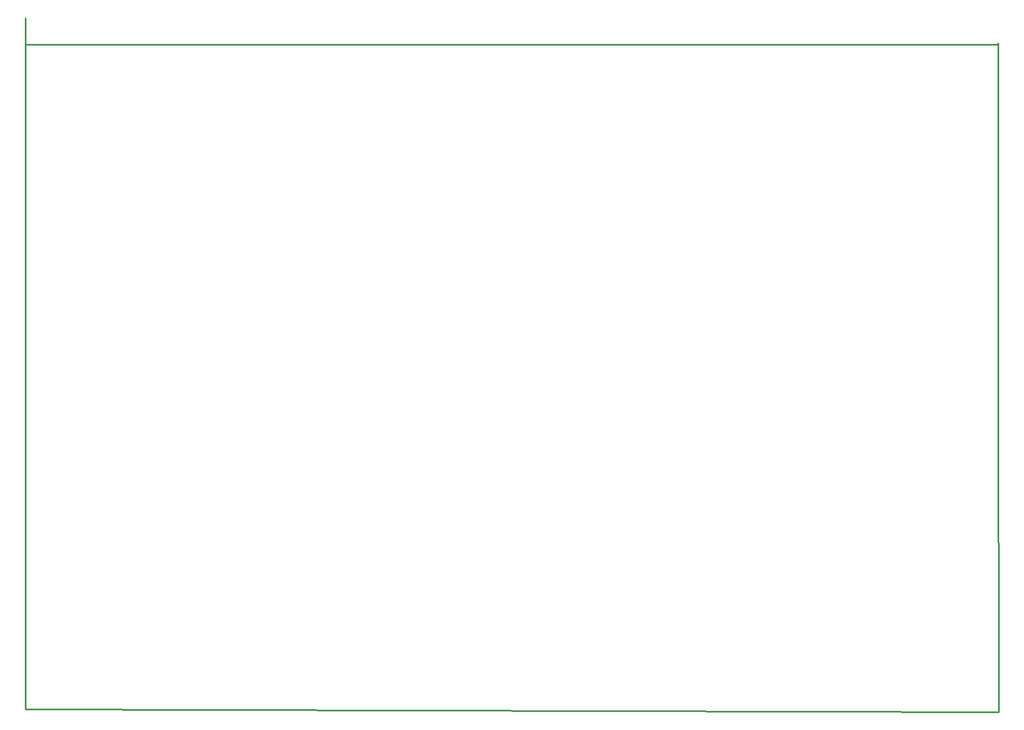
<source format=gko>
G04 Layer: BoardOutline*
G04 EasyEDA v6.4.23, 2021-09-03T20:22:04+02:00*
G04 df207e5be6814a9699ce4ef5e016687c,9749f264c22c4078942e6e06db5db619,10*
G04 Gerber Generator version 0.2*
G04 Scale: 100 percent, Rotated: No, Reflected: No *
G04 Dimensions in millimeters *
G04 leading zeros omitted , absolute positions ,4 integer and 5 decimal *
%FSLAX45Y45*%
%MOMM*%

%ADD10C,0.2540*%
D10*
X9461500Y11999976D02*
G01*
X9461500Y11607800D01*
X24053800Y11607800D01*
X24066500Y11620500D01*
X24066500Y6705600D01*
X24079200Y1574800D01*
X9461500Y1612900D01*
X9461500Y11999976D01*

%LPD*%
M02*

</source>
